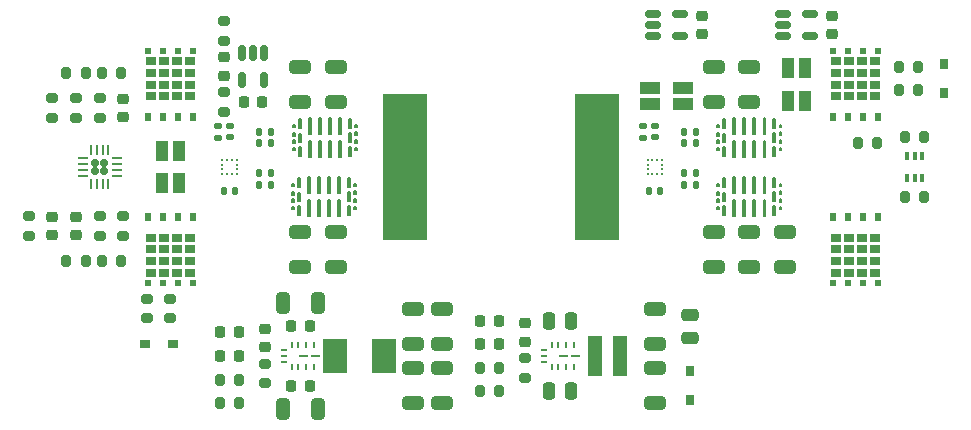
<source format=gbr>
%TF.GenerationSoftware,KiCad,Pcbnew,8.0.6*%
%TF.CreationDate,2024-12-20T12:02:23-05:00*%
%TF.ProjectId,PD Charger,50442043-6861-4726-9765-722e6b696361,0*%
%TF.SameCoordinates,Original*%
%TF.FileFunction,Paste,Top*%
%TF.FilePolarity,Positive*%
%FSLAX46Y46*%
G04 Gerber Fmt 4.6, Leading zero omitted, Abs format (unit mm)*
G04 Created by KiCad (PCBNEW 8.0.6) date 2024-12-20 12:02:23*
%MOMM*%
%LPD*%
G01*
G04 APERTURE LIST*
G04 Aperture macros list*
%AMRoundRect*
0 Rectangle with rounded corners*
0 $1 Rounding radius*
0 $2 $3 $4 $5 $6 $7 $8 $9 X,Y pos of 4 corners*
0 Add a 4 corners polygon primitive as box body*
4,1,4,$2,$3,$4,$5,$6,$7,$8,$9,$2,$3,0*
0 Add four circle primitives for the rounded corners*
1,1,$1+$1,$2,$3*
1,1,$1+$1,$4,$5*
1,1,$1+$1,$6,$7*
1,1,$1+$1,$8,$9*
0 Add four rect primitives between the rounded corners*
20,1,$1+$1,$2,$3,$4,$5,0*
20,1,$1+$1,$4,$5,$6,$7,0*
20,1,$1+$1,$6,$7,$8,$9,0*
20,1,$1+$1,$8,$9,$2,$3,0*%
G04 Aperture macros list end*
%ADD10C,0.000000*%
%ADD11C,0.137500*%
%ADD12C,0.200000*%
%ADD13C,0.130000*%
%ADD14RoundRect,0.200000X-0.200000X-0.275000X0.200000X-0.275000X0.200000X0.275000X-0.200000X0.275000X0*%
%ADD15RoundRect,0.100000X-0.100000X0.225000X-0.100000X-0.225000X0.100000X-0.225000X0.100000X0.225000X0*%
%ADD16RoundRect,0.200000X0.200000X0.275000X-0.200000X0.275000X-0.200000X-0.275000X0.200000X-0.275000X0*%
%ADD17C,0.225000*%
%ADD18RoundRect,0.250000X-0.325000X-0.650000X0.325000X-0.650000X0.325000X0.650000X-0.325000X0.650000X0*%
%ADD19RoundRect,0.140000X-0.140000X-0.170000X0.140000X-0.170000X0.140000X0.170000X-0.140000X0.170000X0*%
%ADD20R,1.300000X3.400000*%
%ADD21RoundRect,0.200000X-0.275000X0.200000X-0.275000X-0.200000X0.275000X-0.200000X0.275000X0.200000X0*%
%ADD22RoundRect,0.135000X-0.185000X0.135000X-0.185000X-0.135000X0.185000X-0.135000X0.185000X0.135000X0*%
%ADD23RoundRect,0.225000X-0.250000X0.225000X-0.250000X-0.225000X0.250000X-0.225000X0.250000X0.225000X0*%
%ADD24RoundRect,0.250000X-0.650000X0.325000X-0.650000X-0.325000X0.650000X-0.325000X0.650000X0.325000X0*%
%ADD25R,0.812800X0.660400*%
%ADD26R,0.249999X0.599999*%
%ADD27R,0.599999X0.249999*%
%ADD28RoundRect,0.250000X0.650000X-0.325000X0.650000X0.325000X-0.650000X0.325000X-0.650000X-0.325000X0*%
%ADD29RoundRect,0.200000X0.275000X-0.200000X0.275000X0.200000X-0.275000X0.200000X-0.275000X-0.200000X0*%
%ADD30R,0.660400X0.812800*%
%ADD31R,1.750000X1.100000*%
%ADD32RoundRect,0.135000X-0.135000X-0.185000X0.135000X-0.185000X0.135000X0.185000X-0.135000X0.185000X0*%
%ADD33R,1.100000X1.750000*%
%ADD34RoundRect,0.225000X0.250000X-0.225000X0.250000X0.225000X-0.250000X0.225000X-0.250000X-0.225000X0*%
%ADD35RoundRect,0.150000X-0.150000X0.150000X-0.150000X-0.150000X0.150000X-0.150000X0.150000X0.150000X0*%
%ADD36RoundRect,0.062500X-0.062500X0.375000X-0.062500X-0.375000X0.062500X-0.375000X0.062500X0.375000X0*%
%ADD37RoundRect,0.062500X-0.375000X0.062500X-0.375000X-0.062500X0.375000X-0.062500X0.375000X0.062500X0*%
%ADD38RoundRect,0.150000X-0.512500X-0.150000X0.512500X-0.150000X0.512500X0.150000X-0.512500X0.150000X0*%
%ADD39RoundRect,0.250000X-0.475000X0.250000X-0.475000X-0.250000X0.475000X-0.250000X0.475000X0.250000X0*%
%ADD40RoundRect,0.225000X-0.225000X-0.250000X0.225000X-0.250000X0.225000X0.250000X-0.225000X0.250000X0*%
%ADD41RoundRect,0.150000X-0.150000X0.512500X-0.150000X-0.512500X0.150000X-0.512500X0.150000X0.512500X0*%
%ADD42R,0.900000X0.780000*%
%ADD43R,0.500000X0.650000*%
%ADD44R,0.500000X0.550000*%
%ADD45RoundRect,0.225000X0.225000X0.250000X-0.225000X0.250000X-0.225000X-0.250000X0.225000X-0.250000X0*%
%ADD46RoundRect,0.250000X0.250000X0.475000X-0.250000X0.475000X-0.250000X-0.475000X0.250000X-0.475000X0*%
%ADD47RoundRect,0.140000X0.170000X-0.140000X0.170000X0.140000X-0.170000X0.140000X-0.170000X-0.140000X0*%
%ADD48R,2.057400X2.844800*%
%ADD49R,3.825000X12.320000*%
G04 APERTURE END LIST*
D10*
%TO.C,U9*%
G36*
X83645754Y-115875962D02*
G01*
X83655135Y-115878806D01*
X83663778Y-115883427D01*
X83671355Y-115889645D01*
X83677573Y-115897221D01*
X83682193Y-115905865D01*
X83685038Y-115915245D01*
X83685998Y-115925001D01*
X83685998Y-116074999D01*
X83685038Y-116084755D01*
X83682193Y-116094135D01*
X83677573Y-116102779D01*
X83671355Y-116110355D01*
X83663778Y-116116573D01*
X83655135Y-116121194D01*
X83645754Y-116124038D01*
X83635998Y-116124998D01*
X82923998Y-116124998D01*
X82914245Y-116124038D01*
X82904864Y-116121194D01*
X82896221Y-116116573D01*
X82888644Y-116110355D01*
X82882426Y-116102779D01*
X82877806Y-116094135D01*
X82874961Y-116084755D01*
X82873998Y-116074999D01*
X82873998Y-115925001D01*
X82874961Y-115915245D01*
X82877806Y-115905865D01*
X82882426Y-115897221D01*
X82888644Y-115889645D01*
X82896221Y-115883427D01*
X82904864Y-115878806D01*
X82914245Y-115875962D01*
X82923998Y-115875002D01*
X83635998Y-115875002D01*
X83645754Y-115875962D01*
G37*
G36*
X84660756Y-115875962D02*
G01*
X84670136Y-115878806D01*
X84678780Y-115883427D01*
X84686357Y-115889645D01*
X84692575Y-115897221D01*
X84697195Y-115905865D01*
X84700040Y-115915245D01*
X84701002Y-115925001D01*
X84701002Y-116074999D01*
X84700040Y-116084755D01*
X84697195Y-116094135D01*
X84692575Y-116102779D01*
X84686357Y-116110355D01*
X84678780Y-116116573D01*
X84670136Y-116121194D01*
X84660756Y-116124038D01*
X84651003Y-116124998D01*
X83939002Y-116124998D01*
X83929246Y-116124038D01*
X83919866Y-116121194D01*
X83911222Y-116116573D01*
X83903646Y-116110355D01*
X83897428Y-116102779D01*
X83892807Y-116094135D01*
X83889963Y-116084755D01*
X83889003Y-116074999D01*
X83889003Y-115925001D01*
X83889963Y-115915245D01*
X83892807Y-115905865D01*
X83897428Y-115897221D01*
X83903646Y-115889645D01*
X83911222Y-115883427D01*
X83919866Y-115878806D01*
X83929246Y-115875962D01*
X83939002Y-115875002D01*
X84651003Y-115875002D01*
X84660756Y-115875962D01*
G37*
D11*
%TO.C,Q2*%
X82428750Y-101641250D02*
X82291250Y-101641250D01*
X82291250Y-101408750D01*
X82428750Y-101408750D01*
X82428750Y-101641250D01*
G36*
X82428750Y-101641250D02*
G01*
X82291250Y-101641250D01*
X82291250Y-101408750D01*
X82428750Y-101408750D01*
X82428750Y-101641250D01*
G37*
X82428750Y-102390960D02*
X82291250Y-102390960D01*
X82291250Y-102158460D01*
X82428750Y-102158460D01*
X82428750Y-102390960D01*
G36*
X82428750Y-102390960D02*
G01*
X82291250Y-102390960D01*
X82291250Y-102158460D01*
X82428750Y-102158460D01*
X82428750Y-102390960D01*
G37*
X82428750Y-102940970D02*
X82291250Y-102940970D01*
X82291250Y-102708470D01*
X82428750Y-102708470D01*
X82428750Y-102940970D01*
G36*
X82428750Y-102940970D02*
G01*
X82291250Y-102940970D01*
X82291250Y-102708470D01*
X82428750Y-102708470D01*
X82428750Y-102940970D01*
G37*
X82428750Y-103590960D02*
X82291250Y-103590960D01*
X82291250Y-103358460D01*
X82428750Y-103358460D01*
X82428750Y-103590960D01*
G36*
X82428750Y-103590960D02*
G01*
X82291250Y-103590960D01*
X82291250Y-103358460D01*
X82428750Y-103358460D01*
X82428750Y-103590960D01*
G37*
D12*
X82977000Y-101671280D02*
X82777000Y-101671280D01*
X82777000Y-100896280D01*
X82977000Y-100896280D01*
X82977000Y-101671280D01*
G36*
X82977000Y-101671280D02*
G01*
X82777000Y-101671280D01*
X82777000Y-100896280D01*
X82977000Y-100896280D01*
X82977000Y-101671280D01*
G37*
X82977500Y-102900000D02*
X82777500Y-102900000D01*
X82777500Y-102200000D01*
X82977500Y-102200000D01*
X82977500Y-102900000D01*
G36*
X82977500Y-102900000D02*
G01*
X82777500Y-102900000D01*
X82777500Y-102200000D01*
X82977500Y-102200000D01*
X82977500Y-102900000D01*
G37*
X82977500Y-104100000D02*
X82777500Y-104100000D01*
X82777500Y-103300000D01*
X82977500Y-103300000D01*
X82977500Y-104100000D01*
G36*
X82977500Y-104100000D02*
G01*
X82777500Y-104100000D01*
X82777500Y-103300000D01*
X82977500Y-103300000D01*
X82977500Y-104100000D01*
G37*
D13*
X83790000Y-102235000D02*
X83660000Y-102235000D01*
X83660000Y-100865000D01*
X83790000Y-100865000D01*
X83790000Y-102235000D01*
G36*
X83790000Y-102235000D02*
G01*
X83660000Y-102235000D01*
X83660000Y-100865000D01*
X83790000Y-100865000D01*
X83790000Y-102235000D01*
G37*
X83790000Y-104135000D02*
X83660000Y-104135000D01*
X83660000Y-102765000D01*
X83790000Y-102765000D01*
X83790000Y-104135000D01*
G36*
X83790000Y-104135000D02*
G01*
X83660000Y-104135000D01*
X83660000Y-102765000D01*
X83790000Y-102765000D01*
X83790000Y-104135000D01*
G37*
X84640000Y-102235000D02*
X84510000Y-102235000D01*
X84510000Y-100865000D01*
X84640000Y-100865000D01*
X84640000Y-102235000D01*
G36*
X84640000Y-102235000D02*
G01*
X84510000Y-102235000D01*
X84510000Y-100865000D01*
X84640000Y-100865000D01*
X84640000Y-102235000D01*
G37*
X84640000Y-104135000D02*
X84510000Y-104135000D01*
X84510000Y-102765000D01*
X84640000Y-102765000D01*
X84640000Y-104135000D01*
G36*
X84640000Y-104135000D02*
G01*
X84510000Y-104135000D01*
X84510000Y-102765000D01*
X84640000Y-102765000D01*
X84640000Y-104135000D01*
G37*
X85490000Y-102235000D02*
X85360000Y-102235000D01*
X85360000Y-100865000D01*
X85490000Y-100865000D01*
X85490000Y-102235000D01*
G36*
X85490000Y-102235000D02*
G01*
X85360000Y-102235000D01*
X85360000Y-100865000D01*
X85490000Y-100865000D01*
X85490000Y-102235000D01*
G37*
X85490000Y-104135000D02*
X85360000Y-104135000D01*
X85360000Y-102765000D01*
X85490000Y-102765000D01*
X85490000Y-104135000D01*
G36*
X85490000Y-104135000D02*
G01*
X85360000Y-104135000D01*
X85360000Y-102765000D01*
X85490000Y-102765000D01*
X85490000Y-104135000D01*
G37*
X86340000Y-102235000D02*
X86210000Y-102235000D01*
X86210000Y-100865000D01*
X86340000Y-100865000D01*
X86340000Y-102235000D01*
G36*
X86340000Y-102235000D02*
G01*
X86210000Y-102235000D01*
X86210000Y-100865000D01*
X86340000Y-100865000D01*
X86340000Y-102235000D01*
G37*
X86340000Y-104135000D02*
X86210000Y-104135000D01*
X86210000Y-102765000D01*
X86340000Y-102765000D01*
X86340000Y-104135000D01*
G36*
X86340000Y-104135000D02*
G01*
X86210000Y-104135000D01*
X86210000Y-102765000D01*
X86340000Y-102765000D01*
X86340000Y-104135000D01*
G37*
D12*
X87223000Y-101700000D02*
X87023000Y-101700000D01*
X87023000Y-100900000D01*
X87223000Y-100900000D01*
X87223000Y-101700000D01*
G36*
X87223000Y-101700000D02*
G01*
X87023000Y-101700000D01*
X87023000Y-100900000D01*
X87223000Y-100900000D01*
X87223000Y-101700000D01*
G37*
X87223000Y-102900000D02*
X87023000Y-102900000D01*
X87023000Y-102100000D01*
X87223000Y-102100000D01*
X87223000Y-102900000D01*
G36*
X87223000Y-102900000D02*
G01*
X87023000Y-102900000D01*
X87023000Y-102100000D01*
X87223000Y-102100000D01*
X87223000Y-102900000D01*
G37*
X87223000Y-104100000D02*
X87023000Y-104100000D01*
X87023000Y-103300000D01*
X87223000Y-103300000D01*
X87223000Y-104100000D01*
G36*
X87223000Y-104100000D02*
G01*
X87023000Y-104100000D01*
X87023000Y-103300000D01*
X87223000Y-103300000D01*
X87223000Y-104100000D01*
G37*
D11*
X87708750Y-101641250D02*
X87571250Y-101641250D01*
X87571250Y-101408750D01*
X87708750Y-101408750D01*
X87708750Y-101641250D01*
G36*
X87708750Y-101641250D02*
G01*
X87571250Y-101641250D01*
X87571250Y-101408750D01*
X87708750Y-101408750D01*
X87708750Y-101641250D01*
G37*
X87708750Y-102291250D02*
X87571250Y-102291250D01*
X87571250Y-102058750D01*
X87708750Y-102058750D01*
X87708750Y-102291250D01*
G36*
X87708750Y-102291250D02*
G01*
X87571250Y-102291250D01*
X87571250Y-102058750D01*
X87708750Y-102058750D01*
X87708750Y-102291250D01*
G37*
X87708750Y-102941250D02*
X87571250Y-102941250D01*
X87571250Y-102708750D01*
X87708750Y-102708750D01*
X87708750Y-102941250D01*
G36*
X87708750Y-102941250D02*
G01*
X87571250Y-102941250D01*
X87571250Y-102708750D01*
X87708750Y-102708750D01*
X87708750Y-102941250D01*
G37*
X87708750Y-103591250D02*
X87571250Y-103591250D01*
X87571250Y-103358750D01*
X87708750Y-103358750D01*
X87708750Y-103591250D01*
G36*
X87708750Y-103591250D02*
G01*
X87571250Y-103591250D01*
X87571250Y-103358750D01*
X87708750Y-103358750D01*
X87708750Y-103591250D01*
G37*
%TO.C,Q4*%
X118428750Y-101641250D02*
X118291250Y-101641250D01*
X118291250Y-101408750D01*
X118428750Y-101408750D01*
X118428750Y-101641250D01*
G36*
X118428750Y-101641250D02*
G01*
X118291250Y-101641250D01*
X118291250Y-101408750D01*
X118428750Y-101408750D01*
X118428750Y-101641250D01*
G37*
X118428750Y-102390960D02*
X118291250Y-102390960D01*
X118291250Y-102158460D01*
X118428750Y-102158460D01*
X118428750Y-102390960D01*
G36*
X118428750Y-102390960D02*
G01*
X118291250Y-102390960D01*
X118291250Y-102158460D01*
X118428750Y-102158460D01*
X118428750Y-102390960D01*
G37*
X118428750Y-102940970D02*
X118291250Y-102940970D01*
X118291250Y-102708470D01*
X118428750Y-102708470D01*
X118428750Y-102940970D01*
G36*
X118428750Y-102940970D02*
G01*
X118291250Y-102940970D01*
X118291250Y-102708470D01*
X118428750Y-102708470D01*
X118428750Y-102940970D01*
G37*
X118428750Y-103590960D02*
X118291250Y-103590960D01*
X118291250Y-103358460D01*
X118428750Y-103358460D01*
X118428750Y-103590960D01*
G36*
X118428750Y-103590960D02*
G01*
X118291250Y-103590960D01*
X118291250Y-103358460D01*
X118428750Y-103358460D01*
X118428750Y-103590960D01*
G37*
D12*
X118977000Y-101671280D02*
X118777000Y-101671280D01*
X118777000Y-100896280D01*
X118977000Y-100896280D01*
X118977000Y-101671280D01*
G36*
X118977000Y-101671280D02*
G01*
X118777000Y-101671280D01*
X118777000Y-100896280D01*
X118977000Y-100896280D01*
X118977000Y-101671280D01*
G37*
X118977500Y-102900000D02*
X118777500Y-102900000D01*
X118777500Y-102200000D01*
X118977500Y-102200000D01*
X118977500Y-102900000D01*
G36*
X118977500Y-102900000D02*
G01*
X118777500Y-102900000D01*
X118777500Y-102200000D01*
X118977500Y-102200000D01*
X118977500Y-102900000D01*
G37*
X118977500Y-104100000D02*
X118777500Y-104100000D01*
X118777500Y-103300000D01*
X118977500Y-103300000D01*
X118977500Y-104100000D01*
G36*
X118977500Y-104100000D02*
G01*
X118777500Y-104100000D01*
X118777500Y-103300000D01*
X118977500Y-103300000D01*
X118977500Y-104100000D01*
G37*
D13*
X119790000Y-102235000D02*
X119660000Y-102235000D01*
X119660000Y-100865000D01*
X119790000Y-100865000D01*
X119790000Y-102235000D01*
G36*
X119790000Y-102235000D02*
G01*
X119660000Y-102235000D01*
X119660000Y-100865000D01*
X119790000Y-100865000D01*
X119790000Y-102235000D01*
G37*
X119790000Y-104135000D02*
X119660000Y-104135000D01*
X119660000Y-102765000D01*
X119790000Y-102765000D01*
X119790000Y-104135000D01*
G36*
X119790000Y-104135000D02*
G01*
X119660000Y-104135000D01*
X119660000Y-102765000D01*
X119790000Y-102765000D01*
X119790000Y-104135000D01*
G37*
X120640000Y-102235000D02*
X120510000Y-102235000D01*
X120510000Y-100865000D01*
X120640000Y-100865000D01*
X120640000Y-102235000D01*
G36*
X120640000Y-102235000D02*
G01*
X120510000Y-102235000D01*
X120510000Y-100865000D01*
X120640000Y-100865000D01*
X120640000Y-102235000D01*
G37*
X120640000Y-104135000D02*
X120510000Y-104135000D01*
X120510000Y-102765000D01*
X120640000Y-102765000D01*
X120640000Y-104135000D01*
G36*
X120640000Y-104135000D02*
G01*
X120510000Y-104135000D01*
X120510000Y-102765000D01*
X120640000Y-102765000D01*
X120640000Y-104135000D01*
G37*
X121490000Y-102235000D02*
X121360000Y-102235000D01*
X121360000Y-100865000D01*
X121490000Y-100865000D01*
X121490000Y-102235000D01*
G36*
X121490000Y-102235000D02*
G01*
X121360000Y-102235000D01*
X121360000Y-100865000D01*
X121490000Y-100865000D01*
X121490000Y-102235000D01*
G37*
X121490000Y-104135000D02*
X121360000Y-104135000D01*
X121360000Y-102765000D01*
X121490000Y-102765000D01*
X121490000Y-104135000D01*
G36*
X121490000Y-104135000D02*
G01*
X121360000Y-104135000D01*
X121360000Y-102765000D01*
X121490000Y-102765000D01*
X121490000Y-104135000D01*
G37*
X122340000Y-102235000D02*
X122210000Y-102235000D01*
X122210000Y-100865000D01*
X122340000Y-100865000D01*
X122340000Y-102235000D01*
G36*
X122340000Y-102235000D02*
G01*
X122210000Y-102235000D01*
X122210000Y-100865000D01*
X122340000Y-100865000D01*
X122340000Y-102235000D01*
G37*
X122340000Y-104135000D02*
X122210000Y-104135000D01*
X122210000Y-102765000D01*
X122340000Y-102765000D01*
X122340000Y-104135000D01*
G36*
X122340000Y-104135000D02*
G01*
X122210000Y-104135000D01*
X122210000Y-102765000D01*
X122340000Y-102765000D01*
X122340000Y-104135000D01*
G37*
D12*
X123223000Y-101700000D02*
X123023000Y-101700000D01*
X123023000Y-100900000D01*
X123223000Y-100900000D01*
X123223000Y-101700000D01*
G36*
X123223000Y-101700000D02*
G01*
X123023000Y-101700000D01*
X123023000Y-100900000D01*
X123223000Y-100900000D01*
X123223000Y-101700000D01*
G37*
X123223000Y-102900000D02*
X123023000Y-102900000D01*
X123023000Y-102100000D01*
X123223000Y-102100000D01*
X123223000Y-102900000D01*
G36*
X123223000Y-102900000D02*
G01*
X123023000Y-102900000D01*
X123023000Y-102100000D01*
X123223000Y-102100000D01*
X123223000Y-102900000D01*
G37*
X123223000Y-104100000D02*
X123023000Y-104100000D01*
X123023000Y-103300000D01*
X123223000Y-103300000D01*
X123223000Y-104100000D01*
G36*
X123223000Y-104100000D02*
G01*
X123023000Y-104100000D01*
X123023000Y-103300000D01*
X123223000Y-103300000D01*
X123223000Y-104100000D01*
G37*
D11*
X123708750Y-101641250D02*
X123571250Y-101641250D01*
X123571250Y-101408750D01*
X123708750Y-101408750D01*
X123708750Y-101641250D01*
G36*
X123708750Y-101641250D02*
G01*
X123571250Y-101641250D01*
X123571250Y-101408750D01*
X123708750Y-101408750D01*
X123708750Y-101641250D01*
G37*
X123708750Y-102291250D02*
X123571250Y-102291250D01*
X123571250Y-102058750D01*
X123708750Y-102058750D01*
X123708750Y-102291250D01*
G36*
X123708750Y-102291250D02*
G01*
X123571250Y-102291250D01*
X123571250Y-102058750D01*
X123708750Y-102058750D01*
X123708750Y-102291250D01*
G37*
X123708750Y-102941250D02*
X123571250Y-102941250D01*
X123571250Y-102708750D01*
X123708750Y-102708750D01*
X123708750Y-102941250D01*
G36*
X123708750Y-102941250D02*
G01*
X123571250Y-102941250D01*
X123571250Y-102708750D01*
X123708750Y-102708750D01*
X123708750Y-102941250D01*
G37*
X123708750Y-103591250D02*
X123571250Y-103591250D01*
X123571250Y-103358750D01*
X123708750Y-103358750D01*
X123708750Y-103591250D01*
G36*
X123708750Y-103591250D02*
G01*
X123571250Y-103591250D01*
X123571250Y-103358750D01*
X123708750Y-103358750D01*
X123708750Y-103591250D01*
G37*
D10*
%TO.C,U2*%
G36*
X105645754Y-115875962D02*
G01*
X105655135Y-115878806D01*
X105663778Y-115883427D01*
X105671355Y-115889645D01*
X105677573Y-115897221D01*
X105682193Y-115905865D01*
X105685038Y-115915245D01*
X105685998Y-115925001D01*
X105685998Y-116074999D01*
X105685038Y-116084755D01*
X105682193Y-116094135D01*
X105677573Y-116102779D01*
X105671355Y-116110355D01*
X105663778Y-116116573D01*
X105655135Y-116121194D01*
X105645754Y-116124038D01*
X105635998Y-116124998D01*
X104923998Y-116124998D01*
X104914245Y-116124038D01*
X104904864Y-116121194D01*
X104896221Y-116116573D01*
X104888644Y-116110355D01*
X104882426Y-116102779D01*
X104877806Y-116094135D01*
X104874961Y-116084755D01*
X104873998Y-116074999D01*
X104873998Y-115925001D01*
X104874961Y-115915245D01*
X104877806Y-115905865D01*
X104882426Y-115897221D01*
X104888644Y-115889645D01*
X104896221Y-115883427D01*
X104904864Y-115878806D01*
X104914245Y-115875962D01*
X104923998Y-115875002D01*
X105635998Y-115875002D01*
X105645754Y-115875962D01*
G37*
G36*
X106660756Y-115875962D02*
G01*
X106670136Y-115878806D01*
X106678780Y-115883427D01*
X106686357Y-115889645D01*
X106692575Y-115897221D01*
X106697195Y-115905865D01*
X106700040Y-115915245D01*
X106701002Y-115925001D01*
X106701002Y-116074999D01*
X106700040Y-116084755D01*
X106697195Y-116094135D01*
X106692575Y-116102779D01*
X106686357Y-116110355D01*
X106678780Y-116116573D01*
X106670136Y-116121194D01*
X106660756Y-116124038D01*
X106651003Y-116124998D01*
X105939002Y-116124998D01*
X105929246Y-116124038D01*
X105919866Y-116121194D01*
X105911222Y-116116573D01*
X105903646Y-116110355D01*
X105897428Y-116102779D01*
X105892807Y-116094135D01*
X105889963Y-116084755D01*
X105889003Y-116074999D01*
X105889003Y-115925001D01*
X105889963Y-115915245D01*
X105892807Y-115905865D01*
X105897428Y-115897221D01*
X105903646Y-115889645D01*
X105911222Y-115883427D01*
X105919866Y-115878806D01*
X105929246Y-115875962D01*
X105939002Y-115875002D01*
X106651003Y-115875002D01*
X106660756Y-115875962D01*
G37*
D11*
%TO.C,Q1*%
X82503750Y-96641250D02*
X82366250Y-96641250D01*
X82366250Y-96408750D01*
X82503750Y-96408750D01*
X82503750Y-96641250D01*
G36*
X82503750Y-96641250D02*
G01*
X82366250Y-96641250D01*
X82366250Y-96408750D01*
X82503750Y-96408750D01*
X82503750Y-96641250D01*
G37*
X82503750Y-97390960D02*
X82366250Y-97390960D01*
X82366250Y-97158460D01*
X82503750Y-97158460D01*
X82503750Y-97390960D01*
G36*
X82503750Y-97390960D02*
G01*
X82366250Y-97390960D01*
X82366250Y-97158460D01*
X82503750Y-97158460D01*
X82503750Y-97390960D01*
G37*
X82503750Y-97940970D02*
X82366250Y-97940970D01*
X82366250Y-97708470D01*
X82503750Y-97708470D01*
X82503750Y-97940970D01*
G36*
X82503750Y-97940970D02*
G01*
X82366250Y-97940970D01*
X82366250Y-97708470D01*
X82503750Y-97708470D01*
X82503750Y-97940970D01*
G37*
X82503750Y-98590960D02*
X82366250Y-98590960D01*
X82366250Y-98358460D01*
X82503750Y-98358460D01*
X82503750Y-98590960D01*
G36*
X82503750Y-98590960D02*
G01*
X82366250Y-98590960D01*
X82366250Y-98358460D01*
X82503750Y-98358460D01*
X82503750Y-98590960D01*
G37*
D12*
X83052000Y-96671280D02*
X82852000Y-96671280D01*
X82852000Y-95896280D01*
X83052000Y-95896280D01*
X83052000Y-96671280D01*
G36*
X83052000Y-96671280D02*
G01*
X82852000Y-96671280D01*
X82852000Y-95896280D01*
X83052000Y-95896280D01*
X83052000Y-96671280D01*
G37*
X83052500Y-97900000D02*
X82852500Y-97900000D01*
X82852500Y-97200000D01*
X83052500Y-97200000D01*
X83052500Y-97900000D01*
G36*
X83052500Y-97900000D02*
G01*
X82852500Y-97900000D01*
X82852500Y-97200000D01*
X83052500Y-97200000D01*
X83052500Y-97900000D01*
G37*
X83052500Y-99100000D02*
X82852500Y-99100000D01*
X82852500Y-98300000D01*
X83052500Y-98300000D01*
X83052500Y-99100000D01*
G36*
X83052500Y-99100000D02*
G01*
X82852500Y-99100000D01*
X82852500Y-98300000D01*
X83052500Y-98300000D01*
X83052500Y-99100000D01*
G37*
D13*
X83865000Y-97235000D02*
X83735000Y-97235000D01*
X83735000Y-95865000D01*
X83865000Y-95865000D01*
X83865000Y-97235000D01*
G36*
X83865000Y-97235000D02*
G01*
X83735000Y-97235000D01*
X83735000Y-95865000D01*
X83865000Y-95865000D01*
X83865000Y-97235000D01*
G37*
X83865000Y-99135000D02*
X83735000Y-99135000D01*
X83735000Y-97765000D01*
X83865000Y-97765000D01*
X83865000Y-99135000D01*
G36*
X83865000Y-99135000D02*
G01*
X83735000Y-99135000D01*
X83735000Y-97765000D01*
X83865000Y-97765000D01*
X83865000Y-99135000D01*
G37*
X84715000Y-97235000D02*
X84585000Y-97235000D01*
X84585000Y-95865000D01*
X84715000Y-95865000D01*
X84715000Y-97235000D01*
G36*
X84715000Y-97235000D02*
G01*
X84585000Y-97235000D01*
X84585000Y-95865000D01*
X84715000Y-95865000D01*
X84715000Y-97235000D01*
G37*
X84715000Y-99135000D02*
X84585000Y-99135000D01*
X84585000Y-97765000D01*
X84715000Y-97765000D01*
X84715000Y-99135000D01*
G36*
X84715000Y-99135000D02*
G01*
X84585000Y-99135000D01*
X84585000Y-97765000D01*
X84715000Y-97765000D01*
X84715000Y-99135000D01*
G37*
X85565000Y-97235000D02*
X85435000Y-97235000D01*
X85435000Y-95865000D01*
X85565000Y-95865000D01*
X85565000Y-97235000D01*
G36*
X85565000Y-97235000D02*
G01*
X85435000Y-97235000D01*
X85435000Y-95865000D01*
X85565000Y-95865000D01*
X85565000Y-97235000D01*
G37*
X85565000Y-99135000D02*
X85435000Y-99135000D01*
X85435000Y-97765000D01*
X85565000Y-97765000D01*
X85565000Y-99135000D01*
G36*
X85565000Y-99135000D02*
G01*
X85435000Y-99135000D01*
X85435000Y-97765000D01*
X85565000Y-97765000D01*
X85565000Y-99135000D01*
G37*
X86415000Y-97235000D02*
X86285000Y-97235000D01*
X86285000Y-95865000D01*
X86415000Y-95865000D01*
X86415000Y-97235000D01*
G36*
X86415000Y-97235000D02*
G01*
X86285000Y-97235000D01*
X86285000Y-95865000D01*
X86415000Y-95865000D01*
X86415000Y-97235000D01*
G37*
X86415000Y-99135000D02*
X86285000Y-99135000D01*
X86285000Y-97765000D01*
X86415000Y-97765000D01*
X86415000Y-99135000D01*
G36*
X86415000Y-99135000D02*
G01*
X86285000Y-99135000D01*
X86285000Y-97765000D01*
X86415000Y-97765000D01*
X86415000Y-99135000D01*
G37*
D12*
X87298000Y-96700000D02*
X87098000Y-96700000D01*
X87098000Y-95900000D01*
X87298000Y-95900000D01*
X87298000Y-96700000D01*
G36*
X87298000Y-96700000D02*
G01*
X87098000Y-96700000D01*
X87098000Y-95900000D01*
X87298000Y-95900000D01*
X87298000Y-96700000D01*
G37*
X87298000Y-97900000D02*
X87098000Y-97900000D01*
X87098000Y-97100000D01*
X87298000Y-97100000D01*
X87298000Y-97900000D01*
G36*
X87298000Y-97900000D02*
G01*
X87098000Y-97900000D01*
X87098000Y-97100000D01*
X87298000Y-97100000D01*
X87298000Y-97900000D01*
G37*
X87298000Y-99100000D02*
X87098000Y-99100000D01*
X87098000Y-98300000D01*
X87298000Y-98300000D01*
X87298000Y-99100000D01*
G36*
X87298000Y-99100000D02*
G01*
X87098000Y-99100000D01*
X87098000Y-98300000D01*
X87298000Y-98300000D01*
X87298000Y-99100000D01*
G37*
D11*
X87783750Y-96641250D02*
X87646250Y-96641250D01*
X87646250Y-96408750D01*
X87783750Y-96408750D01*
X87783750Y-96641250D01*
G36*
X87783750Y-96641250D02*
G01*
X87646250Y-96641250D01*
X87646250Y-96408750D01*
X87783750Y-96408750D01*
X87783750Y-96641250D01*
G37*
X87783750Y-97291250D02*
X87646250Y-97291250D01*
X87646250Y-97058750D01*
X87783750Y-97058750D01*
X87783750Y-97291250D01*
G36*
X87783750Y-97291250D02*
G01*
X87646250Y-97291250D01*
X87646250Y-97058750D01*
X87783750Y-97058750D01*
X87783750Y-97291250D01*
G37*
X87783750Y-97941250D02*
X87646250Y-97941250D01*
X87646250Y-97708750D01*
X87783750Y-97708750D01*
X87783750Y-97941250D01*
G36*
X87783750Y-97941250D02*
G01*
X87646250Y-97941250D01*
X87646250Y-97708750D01*
X87783750Y-97708750D01*
X87783750Y-97941250D01*
G37*
X87783750Y-98591250D02*
X87646250Y-98591250D01*
X87646250Y-98358750D01*
X87783750Y-98358750D01*
X87783750Y-98591250D01*
G36*
X87783750Y-98591250D02*
G01*
X87646250Y-98591250D01*
X87646250Y-98358750D01*
X87783750Y-98358750D01*
X87783750Y-98591250D01*
G37*
%TO.C,Q3*%
X118428750Y-96641250D02*
X118291250Y-96641250D01*
X118291250Y-96408750D01*
X118428750Y-96408750D01*
X118428750Y-96641250D01*
G36*
X118428750Y-96641250D02*
G01*
X118291250Y-96641250D01*
X118291250Y-96408750D01*
X118428750Y-96408750D01*
X118428750Y-96641250D01*
G37*
X118428750Y-97390960D02*
X118291250Y-97390960D01*
X118291250Y-97158460D01*
X118428750Y-97158460D01*
X118428750Y-97390960D01*
G36*
X118428750Y-97390960D02*
G01*
X118291250Y-97390960D01*
X118291250Y-97158460D01*
X118428750Y-97158460D01*
X118428750Y-97390960D01*
G37*
X118428750Y-97940970D02*
X118291250Y-97940970D01*
X118291250Y-97708470D01*
X118428750Y-97708470D01*
X118428750Y-97940970D01*
G36*
X118428750Y-97940970D02*
G01*
X118291250Y-97940970D01*
X118291250Y-97708470D01*
X118428750Y-97708470D01*
X118428750Y-97940970D01*
G37*
X118428750Y-98590960D02*
X118291250Y-98590960D01*
X118291250Y-98358460D01*
X118428750Y-98358460D01*
X118428750Y-98590960D01*
G36*
X118428750Y-98590960D02*
G01*
X118291250Y-98590960D01*
X118291250Y-98358460D01*
X118428750Y-98358460D01*
X118428750Y-98590960D01*
G37*
D12*
X118977000Y-96671280D02*
X118777000Y-96671280D01*
X118777000Y-95896280D01*
X118977000Y-95896280D01*
X118977000Y-96671280D01*
G36*
X118977000Y-96671280D02*
G01*
X118777000Y-96671280D01*
X118777000Y-95896280D01*
X118977000Y-95896280D01*
X118977000Y-96671280D01*
G37*
X118977500Y-97900000D02*
X118777500Y-97900000D01*
X118777500Y-97200000D01*
X118977500Y-97200000D01*
X118977500Y-97900000D01*
G36*
X118977500Y-97900000D02*
G01*
X118777500Y-97900000D01*
X118777500Y-97200000D01*
X118977500Y-97200000D01*
X118977500Y-97900000D01*
G37*
X118977500Y-99100000D02*
X118777500Y-99100000D01*
X118777500Y-98300000D01*
X118977500Y-98300000D01*
X118977500Y-99100000D01*
G36*
X118977500Y-99100000D02*
G01*
X118777500Y-99100000D01*
X118777500Y-98300000D01*
X118977500Y-98300000D01*
X118977500Y-99100000D01*
G37*
D13*
X119790000Y-97235000D02*
X119660000Y-97235000D01*
X119660000Y-95865000D01*
X119790000Y-95865000D01*
X119790000Y-97235000D01*
G36*
X119790000Y-97235000D02*
G01*
X119660000Y-97235000D01*
X119660000Y-95865000D01*
X119790000Y-95865000D01*
X119790000Y-97235000D01*
G37*
X119790000Y-99135000D02*
X119660000Y-99135000D01*
X119660000Y-97765000D01*
X119790000Y-97765000D01*
X119790000Y-99135000D01*
G36*
X119790000Y-99135000D02*
G01*
X119660000Y-99135000D01*
X119660000Y-97765000D01*
X119790000Y-97765000D01*
X119790000Y-99135000D01*
G37*
X120640000Y-97235000D02*
X120510000Y-97235000D01*
X120510000Y-95865000D01*
X120640000Y-95865000D01*
X120640000Y-97235000D01*
G36*
X120640000Y-97235000D02*
G01*
X120510000Y-97235000D01*
X120510000Y-95865000D01*
X120640000Y-95865000D01*
X120640000Y-97235000D01*
G37*
X120640000Y-99135000D02*
X120510000Y-99135000D01*
X120510000Y-97765000D01*
X120640000Y-97765000D01*
X120640000Y-99135000D01*
G36*
X120640000Y-99135000D02*
G01*
X120510000Y-99135000D01*
X120510000Y-97765000D01*
X120640000Y-97765000D01*
X120640000Y-99135000D01*
G37*
X121490000Y-97235000D02*
X121360000Y-97235000D01*
X121360000Y-95865000D01*
X121490000Y-95865000D01*
X121490000Y-97235000D01*
G36*
X121490000Y-97235000D02*
G01*
X121360000Y-97235000D01*
X121360000Y-95865000D01*
X121490000Y-95865000D01*
X121490000Y-97235000D01*
G37*
X121490000Y-99135000D02*
X121360000Y-99135000D01*
X121360000Y-97765000D01*
X121490000Y-97765000D01*
X121490000Y-99135000D01*
G36*
X121490000Y-99135000D02*
G01*
X121360000Y-99135000D01*
X121360000Y-97765000D01*
X121490000Y-97765000D01*
X121490000Y-99135000D01*
G37*
X122340000Y-97235000D02*
X122210000Y-97235000D01*
X122210000Y-95865000D01*
X122340000Y-95865000D01*
X122340000Y-97235000D01*
G36*
X122340000Y-97235000D02*
G01*
X122210000Y-97235000D01*
X122210000Y-95865000D01*
X122340000Y-95865000D01*
X122340000Y-97235000D01*
G37*
X122340000Y-99135000D02*
X122210000Y-99135000D01*
X122210000Y-97765000D01*
X122340000Y-97765000D01*
X122340000Y-99135000D01*
G36*
X122340000Y-99135000D02*
G01*
X122210000Y-99135000D01*
X122210000Y-97765000D01*
X122340000Y-97765000D01*
X122340000Y-99135000D01*
G37*
D12*
X123223000Y-96700000D02*
X123023000Y-96700000D01*
X123023000Y-95900000D01*
X123223000Y-95900000D01*
X123223000Y-96700000D01*
G36*
X123223000Y-96700000D02*
G01*
X123023000Y-96700000D01*
X123023000Y-95900000D01*
X123223000Y-95900000D01*
X123223000Y-96700000D01*
G37*
X123223000Y-97900000D02*
X123023000Y-97900000D01*
X123023000Y-97100000D01*
X123223000Y-97100000D01*
X123223000Y-97900000D01*
G36*
X123223000Y-97900000D02*
G01*
X123023000Y-97900000D01*
X123023000Y-97100000D01*
X123223000Y-97100000D01*
X123223000Y-97900000D01*
G37*
X123223000Y-99100000D02*
X123023000Y-99100000D01*
X123023000Y-98300000D01*
X123223000Y-98300000D01*
X123223000Y-99100000D01*
G36*
X123223000Y-99100000D02*
G01*
X123023000Y-99100000D01*
X123023000Y-98300000D01*
X123223000Y-98300000D01*
X123223000Y-99100000D01*
G37*
D11*
X123708750Y-96641250D02*
X123571250Y-96641250D01*
X123571250Y-96408750D01*
X123708750Y-96408750D01*
X123708750Y-96641250D01*
G36*
X123708750Y-96641250D02*
G01*
X123571250Y-96641250D01*
X123571250Y-96408750D01*
X123708750Y-96408750D01*
X123708750Y-96641250D01*
G37*
X123708750Y-97291250D02*
X123571250Y-97291250D01*
X123571250Y-97058750D01*
X123708750Y-97058750D01*
X123708750Y-97291250D01*
G36*
X123708750Y-97291250D02*
G01*
X123571250Y-97291250D01*
X123571250Y-97058750D01*
X123708750Y-97058750D01*
X123708750Y-97291250D01*
G37*
X123708750Y-97941250D02*
X123571250Y-97941250D01*
X123571250Y-97708750D01*
X123708750Y-97708750D01*
X123708750Y-97941250D01*
G36*
X123708750Y-97941250D02*
G01*
X123571250Y-97941250D01*
X123571250Y-97708750D01*
X123708750Y-97708750D01*
X123708750Y-97941250D01*
G37*
X123708750Y-98591250D02*
X123571250Y-98591250D01*
X123571250Y-98358750D01*
X123708750Y-98358750D01*
X123708750Y-98591250D01*
G36*
X123708750Y-98591250D02*
G01*
X123571250Y-98591250D01*
X123571250Y-98358750D01*
X123708750Y-98358750D01*
X123708750Y-98591250D01*
G37*
%TD*%
D14*
%TO.C,R27*%
X134175000Y-102500000D03*
X135825000Y-102500000D03*
%TD*%
D15*
%TO.C,Q9*%
X135650000Y-100950000D03*
X135000000Y-100950000D03*
X134350000Y-100950000D03*
X134350000Y-99050000D03*
X135000000Y-99050000D03*
X135650000Y-99050000D03*
%TD*%
D16*
%TO.C,R19*%
X99825000Y-119000000D03*
X98175000Y-119000000D03*
%TD*%
D17*
%TO.C,U1*%
X77600000Y-100600000D03*
X77200000Y-100600000D03*
X76800000Y-100600000D03*
X76400000Y-100600000D03*
X77600000Y-100200000D03*
X76400000Y-100200000D03*
X77600000Y-99800000D03*
X76400000Y-99800000D03*
X77600000Y-99400000D03*
X77200000Y-99400000D03*
X76800000Y-99400000D03*
X76400000Y-99400000D03*
%TD*%
D18*
%TO.C,C7*%
X81525000Y-111500000D03*
X84475000Y-111500000D03*
%TD*%
D19*
%TO.C,C3*%
X76520000Y-102000000D03*
X77480000Y-102000000D03*
%TD*%
D17*
%TO.C,U3*%
X113600000Y-100600000D03*
X113200000Y-100600000D03*
X112800000Y-100600000D03*
X112400000Y-100600000D03*
X113600000Y-100200000D03*
X112400000Y-100200000D03*
X113600000Y-99800000D03*
X112400000Y-99800000D03*
X113600000Y-99400000D03*
X113200000Y-99400000D03*
X112800000Y-99400000D03*
X112400000Y-99400000D03*
%TD*%
D20*
%TO.C,L2*%
X107950000Y-116000000D03*
X110050000Y-116000000D03*
%TD*%
D21*
%TO.C,R38*%
X62000000Y-94175000D03*
X62000000Y-95825000D03*
%TD*%
D22*
%TO.C,R8*%
X112000000Y-96490000D03*
X112000000Y-97510000D03*
%TD*%
D23*
%TO.C,C20*%
X117000000Y-87225000D03*
X117000000Y-88775000D03*
%TD*%
%TO.C,C30*%
X102000000Y-113225000D03*
X102000000Y-114775000D03*
%TD*%
D16*
%TO.C,R15*%
X77825000Y-120000000D03*
X76175000Y-120000000D03*
%TD*%
D24*
%TO.C,C39*%
X95000000Y-117025000D03*
X95000000Y-119975000D03*
%TD*%
D14*
%TO.C,R29*%
X63175000Y-108000000D03*
X64825000Y-108000000D03*
%TD*%
%TO.C,R23*%
X134175000Y-97500000D03*
X135825000Y-97500000D03*
%TD*%
%TO.C,R18*%
X133675000Y-93500000D03*
X135325000Y-93500000D03*
%TD*%
D25*
%TO.C,D2*%
X69806200Y-115000000D03*
X72193800Y-115000000D03*
%TD*%
D26*
%TO.C,U9*%
X84124999Y-115099999D03*
X83475000Y-115099999D03*
X82824999Y-115099999D03*
X82325000Y-115099999D03*
D27*
X81600000Y-115500001D03*
X81600000Y-116000000D03*
X81600000Y-116499999D03*
D26*
X82325000Y-116900001D03*
X82824999Y-116900001D03*
X83475000Y-116900001D03*
X84124999Y-116900001D03*
%TD*%
D28*
%TO.C,C36*%
X92500000Y-114975000D03*
X92500000Y-112025000D03*
%TD*%
D29*
%TO.C,R33*%
X64000000Y-95825000D03*
X64000000Y-94175000D03*
%TD*%
D24*
%TO.C,C33*%
X113000000Y-117025000D03*
X113000000Y-119975000D03*
%TD*%
D21*
%TO.C,R14*%
X70000000Y-111175000D03*
X70000000Y-112825000D03*
%TD*%
D23*
%TO.C,C44*%
X68000000Y-94225000D03*
X68000000Y-95775000D03*
%TD*%
D29*
%TO.C,R32*%
X66000000Y-105825000D03*
X66000000Y-104175000D03*
%TD*%
D30*
%TO.C,D3*%
X137500000Y-91306200D03*
X137500000Y-93693800D03*
%TD*%
D31*
%TO.C,R5*%
X112625000Y-94700000D03*
X112625000Y-93300000D03*
X115375000Y-93300000D03*
X115375000Y-94700000D03*
%TD*%
D16*
%TO.C,R20*%
X99825000Y-117000000D03*
X98175000Y-117000000D03*
%TD*%
D32*
%TO.C,R12*%
X115490000Y-100500000D03*
X116510000Y-100500000D03*
%TD*%
D33*
%TO.C,R6*%
X125700000Y-94375000D03*
X124300000Y-94375000D03*
X124300000Y-91625000D03*
X125700000Y-91625000D03*
%TD*%
D34*
%TO.C,C48*%
X76500000Y-92275000D03*
X76500000Y-90725000D03*
%TD*%
D35*
%TO.C,U5*%
X66375000Y-99625000D03*
X65625000Y-99625000D03*
X66375000Y-100375000D03*
X65625000Y-100375000D03*
D36*
X66750000Y-98562500D03*
X66250000Y-98562500D03*
X65750000Y-98562500D03*
X65250000Y-98562500D03*
D37*
X64562500Y-99250000D03*
X64562500Y-99750000D03*
X64562500Y-100250000D03*
X64562500Y-100750000D03*
D36*
X65250000Y-101437500D03*
X65750000Y-101437500D03*
X66250000Y-101437500D03*
X66750000Y-101437500D03*
D37*
X67437500Y-100750000D03*
X67437500Y-100250000D03*
X67437500Y-99750000D03*
X67437500Y-99250000D03*
%TD*%
D24*
%TO.C,C38*%
X92500000Y-117025000D03*
X92500000Y-119975000D03*
%TD*%
D28*
%TO.C,C18*%
X118000000Y-108475000D03*
X118000000Y-105525000D03*
%TD*%
D29*
%TO.C,R36*%
X76500000Y-89325000D03*
X76500000Y-87675000D03*
%TD*%
D28*
%TO.C,C35*%
X95000000Y-114975000D03*
X95000000Y-112025000D03*
%TD*%
D23*
%TO.C,C10*%
X80000000Y-113725000D03*
X80000000Y-115275000D03*
%TD*%
D28*
%TO.C,C1*%
X83000000Y-108475000D03*
X83000000Y-105525000D03*
%TD*%
D32*
%TO.C,R3*%
X79490000Y-98000000D03*
X80510000Y-98000000D03*
%TD*%
%TO.C,R11*%
X115490000Y-101500000D03*
X116510000Y-101500000D03*
%TD*%
D28*
%TO.C,C12*%
X86000000Y-94475000D03*
X86000000Y-91525000D03*
%TD*%
D30*
%TO.C,D1*%
X116000000Y-117306200D03*
X116000000Y-119693800D03*
%TD*%
D38*
%TO.C,U7*%
X112862500Y-87050000D03*
X112862500Y-88000000D03*
X112862500Y-88950000D03*
X115137500Y-88950000D03*
X115137500Y-87050000D03*
%TD*%
D21*
%TO.C,R24*%
X66000000Y-94175000D03*
X66000000Y-95825000D03*
%TD*%
%TO.C,R31*%
X68000000Y-104175000D03*
X68000000Y-105825000D03*
%TD*%
D33*
%TO.C,R25*%
X71300000Y-98625000D03*
X72700000Y-98625000D03*
X72700000Y-101375000D03*
X71300000Y-101375000D03*
%TD*%
D28*
%TO.C,C16*%
X118000000Y-94475000D03*
X118000000Y-91525000D03*
%TD*%
D21*
%TO.C,R16*%
X72000000Y-111175000D03*
X72000000Y-112825000D03*
%TD*%
D39*
%TO.C,C34*%
X116000000Y-112550000D03*
X116000000Y-114450000D03*
%TD*%
D40*
%TO.C,C41*%
X82225000Y-113500000D03*
X83775000Y-113500000D03*
%TD*%
D26*
%TO.C,U2*%
X106124999Y-115099999D03*
X105475000Y-115099999D03*
X104824999Y-115099999D03*
X104325000Y-115099999D03*
D27*
X103600000Y-115500001D03*
X103600000Y-116000000D03*
X103600000Y-116499999D03*
D26*
X104325000Y-116900001D03*
X104824999Y-116900001D03*
X105475000Y-116900001D03*
X106124999Y-116900001D03*
%TD*%
D21*
%TO.C,R30*%
X60000000Y-104175000D03*
X60000000Y-105825000D03*
%TD*%
D32*
%TO.C,R10*%
X115490000Y-98000000D03*
X116510000Y-98000000D03*
%TD*%
D41*
%TO.C,U6*%
X79950000Y-90362500D03*
X79000000Y-90362500D03*
X78050000Y-90362500D03*
X78050000Y-92637500D03*
X79950000Y-92637500D03*
%TD*%
D42*
%TO.C,Q5*%
X128350000Y-94000000D03*
X129450000Y-94000000D03*
X130550000Y-94000000D03*
X131650000Y-94000000D03*
X128350000Y-93020000D03*
X129450000Y-93020000D03*
X130550000Y-93020000D03*
X131650000Y-93020000D03*
X128350000Y-92040000D03*
X129450000Y-92040000D03*
X130550000Y-92040000D03*
X131650000Y-92040000D03*
X128350000Y-91060000D03*
X129450000Y-91060000D03*
X130550000Y-91060000D03*
X131650000Y-91060000D03*
D43*
X128095000Y-95750000D03*
X129365000Y-95750000D03*
X130635000Y-95750000D03*
X131905000Y-95750000D03*
D44*
X128095000Y-90200000D03*
X129365000Y-90200000D03*
X130635000Y-90200000D03*
X131905000Y-90200000D03*
%TD*%
D14*
%TO.C,R17*%
X133675000Y-91500000D03*
X135325000Y-91500000D03*
%TD*%
D45*
%TO.C,C11*%
X77775000Y-116000000D03*
X76225000Y-116000000D03*
%TD*%
D46*
%TO.C,C28*%
X105950000Y-113000000D03*
X104050000Y-113000000D03*
%TD*%
D18*
%TO.C,C8*%
X81525000Y-120500000D03*
X84475000Y-120500000D03*
%TD*%
D46*
%TO.C,C27*%
X105950000Y-119000000D03*
X104050000Y-119000000D03*
%TD*%
D23*
%TO.C,C45*%
X62000000Y-104225000D03*
X62000000Y-105775000D03*
%TD*%
D32*
%TO.C,R9*%
X115490000Y-97000000D03*
X116510000Y-97000000D03*
%TD*%
D19*
%TO.C,C5*%
X112520000Y-102000000D03*
X113480000Y-102000000D03*
%TD*%
D22*
%TO.C,R1*%
X76000000Y-96490000D03*
X76000000Y-97510000D03*
%TD*%
D28*
%TO.C,C19*%
X124000000Y-108475000D03*
X124000000Y-105525000D03*
%TD*%
D45*
%TO.C,C47*%
X79775000Y-94500000D03*
X78225000Y-94500000D03*
%TD*%
D29*
%TO.C,R26*%
X102000000Y-117825000D03*
X102000000Y-116175000D03*
%TD*%
D42*
%TO.C,Q7*%
X70350000Y-94000000D03*
X71450000Y-94000000D03*
X72550000Y-94000000D03*
X73650000Y-94000000D03*
X70350000Y-93020000D03*
X71450000Y-93020000D03*
X72550000Y-93020000D03*
X73650000Y-93020000D03*
X70350000Y-92040000D03*
X71450000Y-92040000D03*
X72550000Y-92040000D03*
X73650000Y-92040000D03*
X70350000Y-91060000D03*
X71450000Y-91060000D03*
X72550000Y-91060000D03*
X73650000Y-91060000D03*
D43*
X70095000Y-95750000D03*
X71365000Y-95750000D03*
X72635000Y-95750000D03*
X73905000Y-95750000D03*
D44*
X70095000Y-90200000D03*
X71365000Y-90200000D03*
X72635000Y-90200000D03*
X73905000Y-90200000D03*
%TD*%
D21*
%TO.C,R37*%
X76500000Y-93675000D03*
X76500000Y-95325000D03*
%TD*%
D45*
%TO.C,C31*%
X99775000Y-115000000D03*
X98225000Y-115000000D03*
%TD*%
D28*
%TO.C,C17*%
X121000000Y-94475000D03*
X121000000Y-91525000D03*
%TD*%
D38*
%TO.C,U8*%
X123862500Y-87050000D03*
X123862500Y-88000000D03*
X123862500Y-88950000D03*
X126137500Y-88950000D03*
X126137500Y-87050000D03*
%TD*%
D42*
%TO.C,Q8*%
X73650000Y-106000000D03*
X72550000Y-106000000D03*
X71450000Y-106000000D03*
X70350000Y-106000000D03*
X73650000Y-106980000D03*
X72550000Y-106980000D03*
X71450000Y-106980000D03*
X70350000Y-106980000D03*
X73650000Y-107960000D03*
X72550000Y-107960000D03*
X71450000Y-107960000D03*
X70350000Y-107960000D03*
X73650000Y-108940000D03*
X72550000Y-108940000D03*
X71450000Y-108940000D03*
X70350000Y-108940000D03*
D43*
X73905000Y-104250000D03*
X72635000Y-104250000D03*
X71365000Y-104250000D03*
X70095000Y-104250000D03*
D44*
X73905000Y-109800000D03*
X72635000Y-109800000D03*
X71365000Y-109800000D03*
X70095000Y-109800000D03*
%TD*%
D23*
%TO.C,C46*%
X64000000Y-104225000D03*
X64000000Y-105775000D03*
%TD*%
D32*
%TO.C,R2*%
X79490000Y-97000000D03*
X80510000Y-97000000D03*
%TD*%
D45*
%TO.C,C29*%
X99775000Y-113000000D03*
X98225000Y-113000000D03*
%TD*%
D28*
%TO.C,C49*%
X121000000Y-108475000D03*
X121000000Y-105525000D03*
%TD*%
D23*
%TO.C,C21*%
X128000000Y-87225000D03*
X128000000Y-88775000D03*
%TD*%
D40*
%TO.C,C40*%
X82225000Y-118500000D03*
X83775000Y-118500000D03*
%TD*%
D28*
%TO.C,C32*%
X113000000Y-114975000D03*
X113000000Y-112025000D03*
%TD*%
D45*
%TO.C,C9*%
X77775000Y-114000000D03*
X76225000Y-114000000D03*
%TD*%
D29*
%TO.C,R22*%
X80000000Y-118325000D03*
X80000000Y-116675000D03*
%TD*%
D47*
%TO.C,C4*%
X77000000Y-97480000D03*
X77000000Y-96520000D03*
%TD*%
D32*
%TO.C,R7*%
X79490000Y-100500000D03*
X80510000Y-100500000D03*
%TD*%
D47*
%TO.C,C6*%
X113000000Y-97480000D03*
X113000000Y-96520000D03*
%TD*%
D16*
%TO.C,R21*%
X77825000Y-118000000D03*
X76175000Y-118000000D03*
%TD*%
D14*
%TO.C,R28*%
X66175000Y-108000000D03*
X67825000Y-108000000D03*
%TD*%
%TO.C,R34*%
X66175000Y-92000000D03*
X67825000Y-92000000D03*
%TD*%
D28*
%TO.C,C2*%
X86000000Y-108475000D03*
X86000000Y-105525000D03*
%TD*%
D32*
%TO.C,R4*%
X79490000Y-101500000D03*
X80510000Y-101500000D03*
%TD*%
D14*
%TO.C,R35*%
X63175000Y-92000000D03*
X64825000Y-92000000D03*
%TD*%
%TO.C,R13*%
X130175000Y-98000000D03*
X131825000Y-98000000D03*
%TD*%
D28*
%TO.C,C13*%
X83000000Y-94475000D03*
X83000000Y-91525000D03*
%TD*%
D48*
%TO.C,L3*%
X85929900Y-116000000D03*
X90070100Y-116000000D03*
%TD*%
D49*
%TO.C,L1*%
X91877500Y-100000000D03*
X108122500Y-100000000D03*
%TD*%
D42*
%TO.C,Q6*%
X131650000Y-106000000D03*
X130550000Y-106000000D03*
X129450000Y-106000000D03*
X128350000Y-106000000D03*
X131650000Y-106980000D03*
X130550000Y-106980000D03*
X129450000Y-106980000D03*
X128350000Y-106980000D03*
X131650000Y-107960000D03*
X130550000Y-107960000D03*
X129450000Y-107960000D03*
X128350000Y-107960000D03*
X131650000Y-108940000D03*
X130550000Y-108940000D03*
X129450000Y-108940000D03*
X128350000Y-108940000D03*
D43*
X131905000Y-104250000D03*
X130635000Y-104250000D03*
X129365000Y-104250000D03*
X128095000Y-104250000D03*
D44*
X131905000Y-109800000D03*
X130635000Y-109800000D03*
X129365000Y-109800000D03*
X128095000Y-109800000D03*
%TD*%
M02*

</source>
